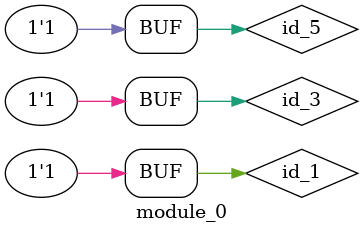
<source format=v>
module module_0;
  assign id_1 = id_1 - 1;
  wire id_2;
  wire id_4;
  assign id_3 = 1;
  assign id_1 = 1;
  tri id_5 = (1);
endmodule
module module_1 (
    id_1,
    id_2,
    id_3,
    id_4,
    id_5,
    id_6,
    id_7,
    id_8,
    id_9,
    id_10
);
  output wire id_10;
  output wire id_9;
  input wire id_8;
  output wire id_7;
  input wire id_6;
  output wire id_5;
  input wire id_4;
  inout wire id_3;
  inout wire id_2;
  inout wire id_1;
  wor id_11;
  module_0 modCall_1 ();
  always @(1) begin : LABEL_0
    if (1'd0) begin : LABEL_0
      if (1) id_7 <= 1;
    end
    $display(1, id_11);
  end
  wire id_12;
  wire id_13, id_14;
endmodule

</source>
